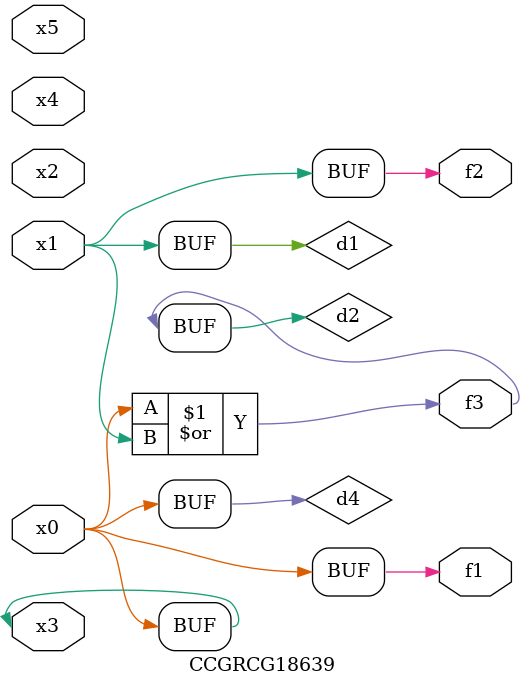
<source format=v>
module CCGRCG18639(
	input x0, x1, x2, x3, x4, x5,
	output f1, f2, f3
);

	wire d1, d2, d3, d4;

	and (d1, x1);
	or (d2, x0, x1);
	nand (d3, x0, x5);
	buf (d4, x0, x3);
	assign f1 = d4;
	assign f2 = d1;
	assign f3 = d2;
endmodule

</source>
